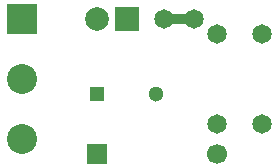
<source format=gbr>
G04 #@! TF.FileFunction,Copper,L1,Top,Signal*
%FSLAX46Y46*%
G04 Gerber Fmt 4.6, Leading zero omitted, Abs format (unit mm)*
G04 Created by KiCad (PCBNEW 4.0.0-rc1-stable) date 30/11/2015 17:11:05*
%MOMM*%
G01*
G04 APERTURE LIST*
%ADD10C,0.100000*%
%ADD11R,1.300000X1.300000*%
%ADD12C,1.300000*%
%ADD13R,2.000000X2.000000*%
%ADD14C,2.000000*%
%ADD15C,1.699260*%
%ADD16R,1.699260X1.699260*%
%ADD17R,2.540000X2.540000*%
%ADD18C,2.540000*%
%ADD19C,1.651000*%
%ADD20C,0.812800*%
G04 APERTURE END LIST*
D10*
D11*
X147320000Y-115570000D03*
D12*
X152320000Y-115570000D03*
D13*
X149860000Y-109220000D03*
D14*
X147320000Y-109220000D03*
D15*
X157480520Y-120647460D03*
D16*
X147320520Y-120647460D03*
D17*
X140970000Y-109220000D03*
D18*
X140970000Y-114300000D03*
X140970000Y-119380000D03*
D19*
X157480000Y-110490000D03*
X157480000Y-118110000D03*
X161290000Y-110490000D03*
X161290000Y-118110000D03*
X153035000Y-109220000D03*
X155575000Y-109220000D03*
D20*
X153035000Y-109220000D02*
X155575000Y-109220000D01*
M02*

</source>
